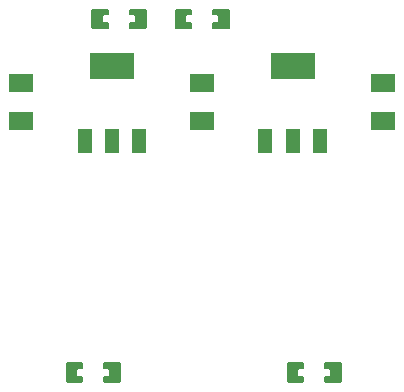
<source format=gtp>
G04 Layer: TopPasteMaskLayer*
G04 EasyEDA v6.5.23, 2023-06-02 23:09:48*
G04 d308aba9936446f186570843c5913f8e,38d8b063065d407b859bfb9f5f9b4720,10*
G04 Gerber Generator version 0.2*
G04 Scale: 100 percent, Rotated: No, Reflected: No *
G04 Dimensions in millimeters *
G04 leading zeros omitted , absolute positions ,4 integer and 5 decimal *
%FSLAX45Y45*%
%MOMM*%

%ADD10R,3.8000X2.3000*%
%ADD11R,1.2000X2.0000*%
%ADD12R,2.0000X1.6002*%

%LPD*%
G36*
X10000996Y8792260D02*
G01*
X9990988Y8782253D01*
X9990988Y8745220D01*
X10000996Y8735212D01*
X10031476Y8735212D01*
X10041483Y8725204D01*
X10041483Y8686495D01*
X10031476Y8676487D01*
X10000996Y8676487D01*
X9990988Y8666480D01*
X9990988Y8629446D01*
X10000996Y8619439D01*
X10129520Y8619439D01*
X10139476Y8629446D01*
X10139476Y8782253D01*
X10129520Y8792260D01*
G37*
G36*
X9682480Y8792260D02*
G01*
X9672523Y8782253D01*
X9672523Y8629446D01*
X9682480Y8619439D01*
X9811004Y8619439D01*
X9821011Y8629446D01*
X9821011Y8666480D01*
X9811004Y8676487D01*
X9780524Y8676487D01*
X9770516Y8686495D01*
X9770516Y8725204D01*
X9780524Y8735212D01*
X9811004Y8735212D01*
X9821011Y8745220D01*
X9821011Y8782253D01*
X9811004Y8792260D01*
G37*
G36*
X10705846Y8792260D02*
G01*
X10695838Y8782253D01*
X10695838Y8745220D01*
X10705846Y8735212D01*
X10736326Y8735212D01*
X10746333Y8725204D01*
X10746333Y8686495D01*
X10736326Y8676487D01*
X10705846Y8676487D01*
X10695838Y8666480D01*
X10695838Y8629446D01*
X10705846Y8619439D01*
X10834370Y8619439D01*
X10844326Y8629446D01*
X10844326Y8782253D01*
X10834370Y8792260D01*
G37*
G36*
X10387330Y8792260D02*
G01*
X10377373Y8782253D01*
X10377373Y8629446D01*
X10387330Y8619439D01*
X10515854Y8619439D01*
X10525861Y8629446D01*
X10525861Y8666480D01*
X10515854Y8676487D01*
X10485374Y8676487D01*
X10475366Y8686495D01*
X10475366Y8725204D01*
X10485374Y8735212D01*
X10515854Y8735212D01*
X10525861Y8745220D01*
X10525861Y8782253D01*
X10515854Y8792260D01*
G37*
G36*
X9783267Y5799378D02*
G01*
X9773259Y5789371D01*
X9773259Y5752338D01*
X9783267Y5742330D01*
X9813798Y5742330D01*
X9823754Y5732373D01*
X9823754Y5693613D01*
X9813798Y5683605D01*
X9783267Y5683605D01*
X9773259Y5673598D01*
X9773259Y5636564D01*
X9783267Y5626557D01*
X9911791Y5626557D01*
X9921798Y5636564D01*
X9921798Y5789371D01*
X9911791Y5799378D01*
G37*
G36*
X9464802Y5799378D02*
G01*
X9454794Y5789371D01*
X9454794Y5636564D01*
X9464802Y5626557D01*
X9593275Y5626557D01*
X9603282Y5636564D01*
X9603282Y5673598D01*
X9593275Y5683605D01*
X9562795Y5683605D01*
X9552787Y5693613D01*
X9552787Y5732373D01*
X9562795Y5742330D01*
X9593275Y5742330D01*
X9603282Y5752338D01*
X9603282Y5789371D01*
X9593275Y5799378D01*
G37*
G36*
X11653418Y5799378D02*
G01*
X11643410Y5789371D01*
X11643410Y5752338D01*
X11653418Y5742330D01*
X11683949Y5742330D01*
X11693906Y5732373D01*
X11693906Y5693613D01*
X11683949Y5683605D01*
X11653418Y5683605D01*
X11643410Y5673598D01*
X11643410Y5636564D01*
X11653418Y5626557D01*
X11781942Y5626557D01*
X11791950Y5636564D01*
X11791950Y5789371D01*
X11781942Y5799378D01*
G37*
G36*
X11334953Y5799378D02*
G01*
X11324945Y5789371D01*
X11324945Y5636564D01*
X11334953Y5626557D01*
X11463426Y5626557D01*
X11473434Y5636564D01*
X11473434Y5673598D01*
X11463426Y5683605D01*
X11432946Y5683605D01*
X11422938Y5693613D01*
X11422938Y5732373D01*
X11432946Y5742330D01*
X11463426Y5742330D01*
X11473434Y5752338D01*
X11473434Y5789371D01*
X11463426Y5799378D01*
G37*
D10*
G01*
X11376025Y8311489D03*
D11*
G01*
X11376025Y7676489D03*
G01*
X11606022Y7676489D03*
G01*
X11146027Y7676489D03*
D10*
G01*
X9845675Y8311489D03*
D11*
G01*
X9845675Y7676489D03*
G01*
X10075672Y7676489D03*
G01*
X9615677Y7676489D03*
D12*
G01*
X12141200Y7841005D03*
G01*
X12141200Y8160994D03*
G01*
X9080500Y7841005D03*
G01*
X9080500Y8160994D03*
G01*
X10610850Y7841005D03*
G01*
X10610850Y8160994D03*
M02*

</source>
